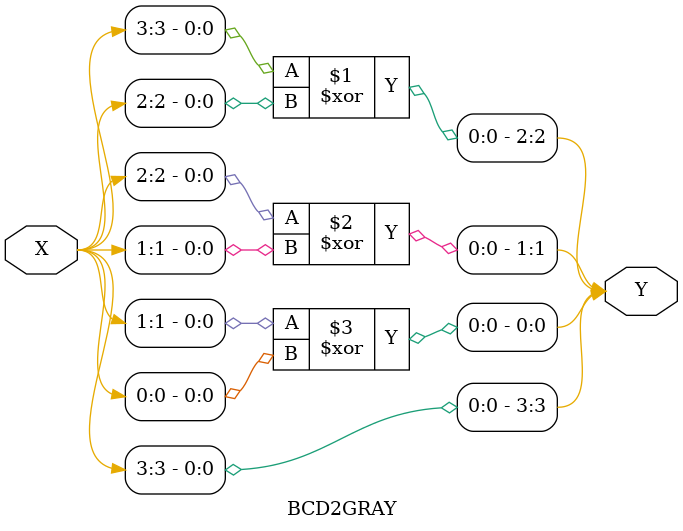
<source format=v>
`timescale 1ns / 1ps


module BCD2GRAY(
    input [3:0] X,
    output [3:0] Y
    );
    
assign Y[3] = X[3];
assign Y[2] = X[3]^X[2];
assign Y[1] = X[2]^X[1];
assign Y[0] = X[1]^X[0];  
endmodule

</source>
